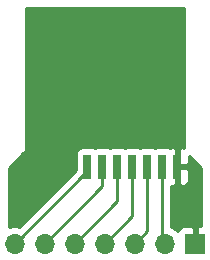
<source format=gbr>
G04 #@! TF.GenerationSoftware,KiCad,Pcbnew,(5.0.0-3-g5ebb6b6)*
G04 #@! TF.CreationDate,2018-08-09T19:39:11+10:00*
G04 #@! TF.ProjectId,A7139-Breakout,41373133392D427265616B6F75742E6B,rev?*
G04 #@! TF.SameCoordinates,Original*
G04 #@! TF.FileFunction,Copper,L1,Top,Signal*
G04 #@! TF.FilePolarity,Positive*
%FSLAX46Y46*%
G04 Gerber Fmt 4.6, Leading zero omitted, Abs format (unit mm)*
G04 Created by KiCad (PCBNEW (5.0.0-3-g5ebb6b6)) date Thursday, 09 August 2018 at 07:39:11 PM*
%MOMM*%
%LPD*%
G01*
G04 APERTURE LIST*
G04 #@! TA.AperFunction,ComponentPad*
%ADD10R,1.700000X1.700000*%
G04 #@! TD*
G04 #@! TA.AperFunction,ComponentPad*
%ADD11O,1.700000X1.700000*%
G04 #@! TD*
G04 #@! TA.AperFunction,SMDPad,CuDef*
%ADD12R,0.700000X2.000000*%
G04 #@! TD*
G04 #@! TA.AperFunction,Conductor*
%ADD13C,0.250000*%
G04 #@! TD*
G04 #@! TA.AperFunction,Conductor*
%ADD14C,0.254000*%
G04 #@! TD*
G04 APERTURE END LIST*
D10*
G04 #@! TO.P,J1,1*
G04 #@! TO.N,Net-(J1-Pad1)*
X143510000Y-125730000D03*
D11*
G04 #@! TO.P,J1,2*
G04 #@! TO.N,Net-(J1-Pad2)*
X140970000Y-125730000D03*
G04 #@! TO.P,J1,3*
G04 #@! TO.N,Net-(J1-Pad3)*
X138430000Y-125730000D03*
G04 #@! TO.P,J1,4*
G04 #@! TO.N,Net-(J1-Pad4)*
X135890000Y-125730000D03*
G04 #@! TO.P,J1,5*
G04 #@! TO.N,Net-(J1-Pad5)*
X133350000Y-125730000D03*
G04 #@! TO.P,J1,6*
G04 #@! TO.N,Net-(J1-Pad6)*
X130810000Y-125730000D03*
G04 #@! TO.P,J1,7*
G04 #@! TO.N,Net-(J1-Pad7)*
X128270000Y-125730000D03*
G04 #@! TD*
D12*
G04 #@! TO.P,U1,7*
G04 #@! TO.N,Net-(J1-Pad7)*
X134400000Y-119200000D03*
G04 #@! TO.P,U1,6*
G04 #@! TO.N,Net-(J1-Pad6)*
X135670000Y-119200000D03*
G04 #@! TO.P,U1,5*
G04 #@! TO.N,Net-(J1-Pad5)*
X136940000Y-119200000D03*
G04 #@! TO.P,U1,4*
G04 #@! TO.N,Net-(J1-Pad4)*
X138210000Y-119200000D03*
G04 #@! TO.P,U1,3*
G04 #@! TO.N,Net-(J1-Pad3)*
X139480000Y-119200000D03*
G04 #@! TO.P,U1,2*
G04 #@! TO.N,Net-(J1-Pad2)*
X140750000Y-119200000D03*
G04 #@! TO.P,U1,1*
G04 #@! TO.N,Net-(J1-Pad1)*
X142020000Y-119200000D03*
G04 #@! TD*
D13*
G04 #@! TO.N,Net-(J1-Pad2)*
X140750000Y-125510000D02*
X140970000Y-125730000D01*
X140750000Y-119200000D02*
X140750000Y-125510000D01*
G04 #@! TO.N,Net-(J1-Pad3)*
X139480000Y-124680000D02*
X138430000Y-125730000D01*
X139480000Y-119200000D02*
X139480000Y-124680000D01*
G04 #@! TO.N,Net-(J1-Pad4)*
X138210000Y-123410000D02*
X135890000Y-125730000D01*
X138210000Y-119200000D02*
X138210000Y-123410000D01*
G04 #@! TO.N,Net-(J1-Pad5)*
X136940000Y-122140000D02*
X136940000Y-119200000D01*
X133350000Y-125730000D02*
X136940000Y-122140000D01*
G04 #@! TO.N,Net-(J1-Pad6)*
X135670000Y-120870000D02*
X130810000Y-125730000D01*
X135670000Y-119200000D02*
X135670000Y-120870000D01*
G04 #@! TO.N,Net-(J1-Pad7)*
X134400000Y-119600000D02*
X134400000Y-119200000D01*
X128270000Y-125730000D02*
X134400000Y-119600000D01*
G04 #@! TD*
D14*
G04 #@! TO.N,Net-(J1-Pad1)*
G36*
X142555001Y-117437611D02*
X142540602Y-117510000D01*
X142556501Y-117589933D01*
X142496309Y-117565000D01*
X142305750Y-117565000D01*
X142147000Y-117723750D01*
X142147000Y-119073000D01*
X142846250Y-119073000D01*
X143005000Y-118914250D01*
X143005000Y-118264446D01*
X144045001Y-119304448D01*
X144045000Y-124245000D01*
X143795750Y-124245000D01*
X143637000Y-124403750D01*
X143637000Y-125603000D01*
X143657000Y-125603000D01*
X143657000Y-125857000D01*
X143637000Y-125857000D01*
X143637000Y-125877000D01*
X143383000Y-125877000D01*
X143383000Y-125857000D01*
X143363000Y-125857000D01*
X143363000Y-125603000D01*
X143383000Y-125603000D01*
X143383000Y-124403750D01*
X143224250Y-124245000D01*
X142533691Y-124245000D01*
X142300302Y-124341673D01*
X142121673Y-124520301D01*
X142055096Y-124681032D01*
X142040625Y-124659375D01*
X141549418Y-124331161D01*
X141510000Y-124323320D01*
X141510000Y-120821045D01*
X141543691Y-120835000D01*
X141734250Y-120835000D01*
X141893000Y-120676250D01*
X141893000Y-119327000D01*
X142147000Y-119327000D01*
X142147000Y-120676250D01*
X142305750Y-120835000D01*
X142496309Y-120835000D01*
X142729698Y-120738327D01*
X142908327Y-120559699D01*
X143005000Y-120326310D01*
X143005000Y-119485750D01*
X142846250Y-119327000D01*
X142147000Y-119327000D01*
X141893000Y-119327000D01*
X141873000Y-119327000D01*
X141873000Y-119073000D01*
X141893000Y-119073000D01*
X141893000Y-117723750D01*
X141734250Y-117565000D01*
X141543691Y-117565000D01*
X141388704Y-117629198D01*
X141347765Y-117601843D01*
X141100000Y-117552560D01*
X140400000Y-117552560D01*
X140152235Y-117601843D01*
X140115000Y-117626723D01*
X140077765Y-117601843D01*
X139830000Y-117552560D01*
X139130000Y-117552560D01*
X138882235Y-117601843D01*
X138845000Y-117626723D01*
X138807765Y-117601843D01*
X138560000Y-117552560D01*
X137860000Y-117552560D01*
X137612235Y-117601843D01*
X137575000Y-117626723D01*
X137537765Y-117601843D01*
X137290000Y-117552560D01*
X136590000Y-117552560D01*
X136342235Y-117601843D01*
X136305000Y-117626723D01*
X136267765Y-117601843D01*
X136020000Y-117552560D01*
X135320000Y-117552560D01*
X135072235Y-117601843D01*
X135035000Y-117626723D01*
X134997765Y-117601843D01*
X134750000Y-117552560D01*
X134050000Y-117552560D01*
X133802235Y-117601843D01*
X133592191Y-117742191D01*
X133451843Y-117952235D01*
X133402560Y-118200000D01*
X133402560Y-119522638D01*
X128636408Y-124288791D01*
X128416256Y-124245000D01*
X128123744Y-124245000D01*
X127735000Y-124322326D01*
X127735000Y-119304446D01*
X128958538Y-118080909D01*
X129019905Y-118039905D01*
X129182354Y-117796783D01*
X129225000Y-117582388D01*
X129225000Y-117582385D01*
X129239398Y-117510001D01*
X129225000Y-117437617D01*
X129225000Y-105735000D01*
X142555000Y-105735000D01*
X142555001Y-117437611D01*
X142555001Y-117437611D01*
G37*
X142555001Y-117437611D02*
X142540602Y-117510000D01*
X142556501Y-117589933D01*
X142496309Y-117565000D01*
X142305750Y-117565000D01*
X142147000Y-117723750D01*
X142147000Y-119073000D01*
X142846250Y-119073000D01*
X143005000Y-118914250D01*
X143005000Y-118264446D01*
X144045001Y-119304448D01*
X144045000Y-124245000D01*
X143795750Y-124245000D01*
X143637000Y-124403750D01*
X143637000Y-125603000D01*
X143657000Y-125603000D01*
X143657000Y-125857000D01*
X143637000Y-125857000D01*
X143637000Y-125877000D01*
X143383000Y-125877000D01*
X143383000Y-125857000D01*
X143363000Y-125857000D01*
X143363000Y-125603000D01*
X143383000Y-125603000D01*
X143383000Y-124403750D01*
X143224250Y-124245000D01*
X142533691Y-124245000D01*
X142300302Y-124341673D01*
X142121673Y-124520301D01*
X142055096Y-124681032D01*
X142040625Y-124659375D01*
X141549418Y-124331161D01*
X141510000Y-124323320D01*
X141510000Y-120821045D01*
X141543691Y-120835000D01*
X141734250Y-120835000D01*
X141893000Y-120676250D01*
X141893000Y-119327000D01*
X142147000Y-119327000D01*
X142147000Y-120676250D01*
X142305750Y-120835000D01*
X142496309Y-120835000D01*
X142729698Y-120738327D01*
X142908327Y-120559699D01*
X143005000Y-120326310D01*
X143005000Y-119485750D01*
X142846250Y-119327000D01*
X142147000Y-119327000D01*
X141893000Y-119327000D01*
X141873000Y-119327000D01*
X141873000Y-119073000D01*
X141893000Y-119073000D01*
X141893000Y-117723750D01*
X141734250Y-117565000D01*
X141543691Y-117565000D01*
X141388704Y-117629198D01*
X141347765Y-117601843D01*
X141100000Y-117552560D01*
X140400000Y-117552560D01*
X140152235Y-117601843D01*
X140115000Y-117626723D01*
X140077765Y-117601843D01*
X139830000Y-117552560D01*
X139130000Y-117552560D01*
X138882235Y-117601843D01*
X138845000Y-117626723D01*
X138807765Y-117601843D01*
X138560000Y-117552560D01*
X137860000Y-117552560D01*
X137612235Y-117601843D01*
X137575000Y-117626723D01*
X137537765Y-117601843D01*
X137290000Y-117552560D01*
X136590000Y-117552560D01*
X136342235Y-117601843D01*
X136305000Y-117626723D01*
X136267765Y-117601843D01*
X136020000Y-117552560D01*
X135320000Y-117552560D01*
X135072235Y-117601843D01*
X135035000Y-117626723D01*
X134997765Y-117601843D01*
X134750000Y-117552560D01*
X134050000Y-117552560D01*
X133802235Y-117601843D01*
X133592191Y-117742191D01*
X133451843Y-117952235D01*
X133402560Y-118200000D01*
X133402560Y-119522638D01*
X128636408Y-124288791D01*
X128416256Y-124245000D01*
X128123744Y-124245000D01*
X127735000Y-124322326D01*
X127735000Y-119304446D01*
X128958538Y-118080909D01*
X129019905Y-118039905D01*
X129182354Y-117796783D01*
X129225000Y-117582388D01*
X129225000Y-117582385D01*
X129239398Y-117510001D01*
X129225000Y-117437617D01*
X129225000Y-105735000D01*
X142555000Y-105735000D01*
X142555001Y-117437611D01*
G04 #@! TD*
M02*

</source>
